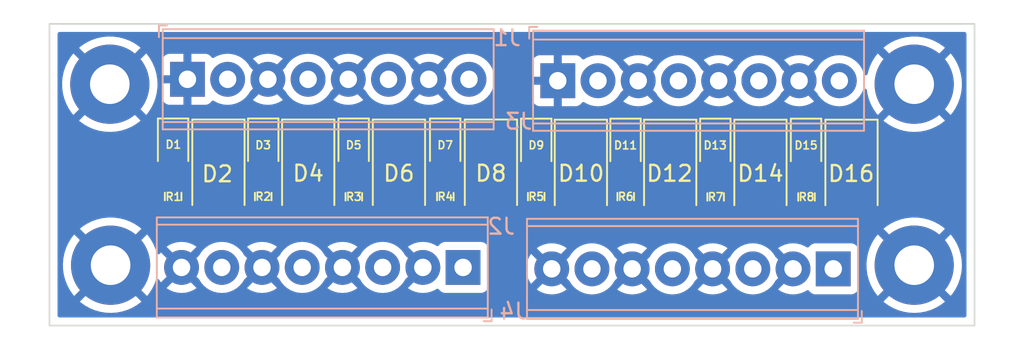
<source format=kicad_pcb>
(kicad_pcb (version 20211014) (generator pcbnew)
  (layers (0 "F.Cu" signal) (31 "B.Cu" power) (34 "B.Paste" user) (35 "F.Paste" user) (36 "B.SilkS" user "B.Silkscreen") (37 "F.SilkS" user "F.Silkscreen") (38 "B.Mask" user) (39 "F.Mask" user) (44 "Edge.Cuts" user))
  (net 0 "")
  (net 1 "Net-(D1-Pad1)")
  (net 2 "Net-(D1-Pad2)")
  (net 3 "Net-(D2-Pad2)")
  (net 4 "Net-(D3-Pad1)")
  (net 5 "Net-(D3-Pad2)")
  (net 6 "Net-(D4-Pad2)")
  (net 7 "Net-(D5-Pad2)")
  (net 8 "Net-(D6-Pad2)")
  (net 9 "Net-(D7-Pad1)")
  (net 10 "Net-(D7-Pad2)")
  (net 11 "Net-(D8-Pad2)")
  (net 12 "Net-(D10-Pad1)")
  (net 13 "Net-(D9-Pad2)")
  (net 14 "Net-(D10-Pad2)")
  (net 15 "Net-(D11-Pad1)")
  (net 16 "Net-(D11-Pad2)")
  (net 17 "Net-(D12-Pad2)")
  (net 18 "Net-(D13-Pad1)")
  (net 19 "Net-(D13-Pad2)")
  (net 20 "Net-(D14-Pad2)")
  (net 21 "Net-(D15-Pad1)")
  (net 22 "Net-(D15-Pad2)")
  (net 23 "Net-(D16-Pad2)")
  (net 24 "GND")
  (net 25 "Net-(D5-Pad1)")
  (footprint "LED_SMD:LED_0805_2012Metric" (layer "F.Cu") (at 33.206 33.06 -90)
    (fp_text reference "D1" (at -0.04 -0.014 180) (layer "F.SilkS") (effects (font (size 0.5 0.5) (thickness 0.1))))
    (fp_text value "LED")
    (fp_line (start 1 -0.96) (end -1.685 -0.96) (layer "F.SilkS") (width 0.12))
    (fp_line (start -1.685 -0.96) (end -1.685 0.96) (layer "F.SilkS") (width 0.12))
    (fp_line (start -1.685 0.96) (end 1 0.96) (layer "F.SilkS") (width 0.12))
    (pad "1" smd roundrect (at -0.9375 0 270) (size 0.975 1.4) (layers "F.Cu" "F.Paste" "F.Mask") (net 1 "Net-(D1-Pad1)"))
    (pad "2" smd roundrect (at 0.9375 0 270) (size 0.975 1.4) (layers "F.Cu" "F.Paste" "F.Mask") (net 2 "Net-(D1-Pad2)"))
  )
  (footprint "Resistor_SMD:R_0603_1608Metric" (layer "F.Cu") (at 38.9 36.305 -90)
    (fp_text reference "R2" (at -0.000001 0 180) (layer "F.SilkS") (effects (font (size 0.5 0.5) (thickness 0.1))))
    (fp_text value "2.9K")
    (fp_line (start -0.237258 -0.5225) (end 0.237258 -0.5225) (layer "F.SilkS") (width 0.12))
    (fp_line (start -0.237258 0.5225) (end 0.237258 0.5225) (layer "F.SilkS") (width 0.12))
    (pad "1" smd roundrect (at -0.825 0 270) (size 0.8 0.95) (layers "F.Cu" "F.Paste" "F.Mask") (net 5 "Net-(D3-Pad2)"))
    (pad "2" smd roundrect (at 0.825 0 270) (size 0.8 0.95) (layers "F.Cu" "F.Paste" "F.Mask") (net 6 "Net-(D4-Pad2)"))
  )
  (footprint "MountingHole:MountingHole_2.5mm_Pad_TopBottom" (layer "F.Cu") (at 80.01 29.21)
    (fp_text reference "H3" hide)
    (fp_text value "MountingHole_Pad")
    (pad "1" connect circle (at 0 0) (size 5 5) (layers "F.Cu" "F.Mask") (net 24 "GND"))
    (pad "1" thru_hole circle (at 0 0) (size 2.9 2.9) (drill 2.5) (layers *.Cu *.Mask) (net 24 "GND"))
    (pad "1" connect circle (at 0 0) (size 5 5) (layers "B.Cu" "B.Mask") (net 24 "GND"))
  )
  (footprint "Resistor_SMD:R_0603_1608Metric" (layer "F.Cu") (at 73.21 36.33 -90)
    (fp_text reference "R8" (at 0 0 180) (layer "F.SilkS") (effects (font (size 0.5 0.5) (thickness 0.1))))
    (fp_text value "2.9K")
    (fp_line (start -0.237258 0.5225) (end 0.237258 0.5225) (layer "F.SilkS") (width 0.12))
    (fp_line (start -0.237258 -0.5225) (end 0.237258 -0.5225) (layer "F.SilkS") (width 0.12))
    (pad "1" smd roundrect (at -0.825 0 270) (size 0.8 0.95) (layers "F.Cu" "F.Paste" "F.Mask") (net 22 "Net-(D15-Pad2)"))
    (pad "2" smd roundrect (at 0.825 0 270) (size 0.8 0.95) (layers "F.Cu" "F.Paste" "F.Mask") (net 23 "Net-(D16-Pad2)"))
  )
  (footprint "MountingHole:MountingHole_2.5mm_Pad_TopBottom" (layer "F.Cu") (at 29.21 29.21)
    (fp_text reference "H1" hide)
    (fp_text value "MountingHole_Pad")
    (pad "1" connect circle locked (at 0 0) (size 5 5) (layers "F.Cu" "F.Mask") (net 24 "GND"))
    (pad "1" thru_hole circle locked (at 0 0) (size 2.9 2.9) (drill 2.5) (layers *.Cu *.Mask) (net 24 "GND"))
    (pad "1" connect circle locked (at 0 0) (size 5 5) (layers "B.Cu" "B.Mask") (net 24 "GND"))
  )
  (footprint "Resistor_SMD:R_0603_1608Metric" (layer "F.Cu") (at 44.62 36.32 -90)
    (fp_text reference "R3" (at 0 0 180) (layer "F.SilkS") (effects (font (size 0.5 0.5) (thickness 0.1))))
    (fp_text value "2.9K")
    (fp_line (start -0.237258 0.5225) (end 0.237258 0.5225) (layer "F.SilkS") (width 0.12))
    (fp_line (start -0.237258 -0.5225) (end 0.237258 -0.5225) (layer "F.SilkS") (width 0.12))
    (pad "1" smd roundrect (at -0.825 0 270) (size 0.8 0.95) (layers "F.Cu" "F.Paste" "F.Mask") (net 7 "Net-(D5-Pad2)"))
    (pad "2" smd roundrect (at 0.825 0 270) (size 0.8 0.95) (layers "F.Cu" "F.Paste" "F.Mask") (net 8 "Net-(D6-Pad2)"))
  )
  (footprint "Diode_SMD:D_SMA" (layer "F.Cu") (at 70.3 34.85 -90)
    (fp_text reference "D14" (at 0 0 180) (layer "F.SilkS"))
    (fp_text value "D_Small")
    (fp_line (start -3.4 1.65) (end 2 1.65) (layer "F.SilkS") (width 0.12))
    (fp_line (start -3.4 -1.65) (end 2 -1.65) (layer "F.SilkS") (width 0.12))
    (fp_line (start -3.4 -1.65) (end -3.4 1.65) (layer "F.SilkS") (width 0.12))
    (pad "1" smd rect (at -2 0 270) (size 2.5 1.8) (layers "F.Cu" "F.Paste" "F.Mask") (net 18 "Net-(D13-Pad1)"))
    (pad "2" smd rect (at 2 0 270) (size 2.5 1.8) (layers "F.Cu" "F.Paste" "F.Mask") (net 20 "Net-(D14-Pad2)"))
  )
  (footprint "Diode_SMD:D_SMA" (layer "F.Cu") (at 76.05 34.85 -90)
    (fp_text reference "D16" (at 0.01 0.02 180) (layer "F.SilkS"))
    (fp_text value "D_Small")
    (fp_line (start -3.4 -1.65) (end 2 -1.65) (layer "F.SilkS") (width 0.12))
    (fp_line (start -3.4 -1.65) (end -3.4 1.65) (layer "F.SilkS") (width 0.12))
    (fp_line (start -3.4 1.65) (end 2 1.65) (layer "F.SilkS") (width 0.12))
    (pad "1" smd rect (at -2 0 270) (size 2.5 1.8) (layers "F.Cu" "F.Paste" "F.Mask") (net 21 "Net-(D15-Pad1)"))
    (pad "2" smd rect (at 2 0 270) (size 2.5 1.8) (layers "F.Cu" "F.Paste" "F.Mask") (net 23 "Net-(D16-Pad2)"))
  )
  (footprint "Diode_SMD:D_SMA" (layer "F.Cu") (at 41.74 34.84 -90)
    (fp_text reference "D4" (at 0 0 180) (layer "F.SilkS"))
    (fp_text value "D_Small")
    (fp_line (start -3.4 -1.65) (end 2 -1.65) (layer "F.SilkS") (width 0.12))
    (fp_line (start -3.4 1.65) (end 2 1.65) (layer "F.SilkS") (width 0.12))
    (fp_line (start -3.4 -1.65) (end -3.4 1.65) (layer "F.SilkS") (width 0.12))
    (pad "1" smd rect (at -2 0 270) (size 2.5 1.8) (layers "F.Cu" "F.Paste" "F.Mask") (net 4 "Net-(D3-Pad1)"))
    (pad "2" smd rect (at 2 0 270) (size 2.5 1.8) (layers "F.Cu" "F.Paste" "F.Mask") (net 6 "Net-(D4-Pad2)"))
  )
  (footprint "Diode_SMD:D_SMA" (layer "F.Cu") (at 36.07 34.84 -90)
    (fp_text reference "D2" (at 0.04 0.07 180) (layer "F.SilkS"))
    (fp_text value "D_Small")
    (fp_line (start -3.4 1.65) (end 2 1.65) (layer "F.SilkS") (width 0.12))
    (fp_line (start -3.4 -1.65) (end 2 -1.65) (layer "F.SilkS") (width 0.12))
    (fp_line (start -3.4 -1.65) (end -3.4 1.65) (layer "F.SilkS") (width 0.12))
    (pad "1" smd rect (at -2 0 270) (size 2.5 1.8) (layers "F.Cu" "F.Paste" "F.Mask") (net 1 "Net-(D1-Pad1)"))
    (pad "2" smd rect (at 2 0 270) (size 2.5 1.8) (layers "F.Cu" "F.Paste" "F.Mask") (net 3 "Net-(D2-Pad2)"))
  )
  (footprint "Resistor_SMD:R_0603_1608Metric" (layer "F.Cu") (at 61.79 36.31 -90)
    (fp_text reference "R6" (at 0 0 180) (layer "F.SilkS") (effects (font (size 0.5 0.5) (thickness 0.1))))
    (fp_text value "2.9K")
    (fp_line (start -0.237258 -0.5225) (end 0.237258 -0.5225) (layer "F.SilkS") (width 0.12))
    (fp_line (start -0.237258 0.5225) (end 0.237258 0.5225) (layer "F.SilkS") (width 0.12))
    (pad "1" smd roundrect (at -0.825 0 270) (size 0.8 0.95) (layers "F.Cu" "F.Paste" "F.Mask") (net 16 "Net-(D11-Pad2)"))
    (pad "2" smd roundrect (at 0.825 0 270) (size 0.8 0.95) (layers "F.Cu" "F.Paste" "F.Mask") (net 17 "Net-(D12-Pad2)"))
  )
  (footprint "Diode_SMD:D_SMA" (layer "F.Cu") (at 47.47 34.84 -90)
    (fp_text reference "D6" (at 0 0 180) (layer "F.SilkS"))
    (fp_text value "D_Small")
    (fp_line (start -3.4 1.65) (end 2 1.65) (layer "F.SilkS") (width 0.12))
    (fp_line (start -3.4 -1.65) (end 2 -1.65) (layer "F.SilkS") (width 0.12))
    (fp_line (start -3.4 -1.65) (end -3.4 1.65) (layer "F.SilkS") (width 0.12))
    (pad "1" smd rect (at -2 0 270) (size 2.5 1.8) (layers "F.Cu" "F.Paste" "F.Mask") (net 25 "Net-(D5-Pad1)"))
    (pad "2" smd rect (at 2 0 270) (size 2.5 1.8) (layers "F.Cu" "F.Paste" "F.Mask") (net 8 "Net-(D6-Pad2)"))
  )
  (footprint "LED_SMD:LED_0805_2012Metric" (layer "F.Cu") (at 38.9 33.06 -90)
    (fp_text reference "D3" (at -0.000001 0.01 180) (layer "F.SilkS") (effects (font (size 0.5 0.5) (thickness 0.1))))
    (fp_text value "LED")
    (fp_line (start -1.685 0.96) (end 1 0.96) (layer "F.SilkS") (width 0.12))
    (fp_line (start -1.685 -0.96) (end -1.685 0.96) (layer "F.SilkS") (width 0.12))
    (fp_line (start 1 -0.96) (end -1.685 -0.96) (layer "F.SilkS") (width 0.12))
    (pad "1" smd roundrect (at -0.9375 0 270) (size 0.975 1.4) (layers "F.Cu" "F.Paste" "F.Mask") (net 4 "Net-(D3-Pad1)"))
    (pad "2" smd roundrect (at 0.9375 0 270) (size 0.975 1.4) (layers "F.Cu" "F.Paste" "F.Mask") (net 5 "Net-(D3-Pad2)"))
  )
  (footprint "Resistor_SMD:R_0603_1608Metric" (layer "F.Cu") (at 56.14 36.31 -90)
    (fp_text reference "R5" (at 0 0 180) (layer "F.SilkS") (effects (font (size 0.5 0.5) (thickness 0.1))))
    (fp_text value "2.9K")
    (fp_line (start -0.237258 0.5225) (end 0.237258 0.5225) (layer "F.SilkS") (width 0.12))
    (fp_line (start -0.237258 -0.5225) (end 0.237258 -0.5225) (layer "F.SilkS") (width 0.12))
    (pad "1" smd roundrect (at -0.825 0 270) (size 0.8 0.95) (layers "F.Cu" "F.Paste" "F.Mask") (net 13 "Net-(D9-Pad2)"))
    (pad "2" smd roundrect (at 0.825 0 270) (size 0.8 0.95) (layers "F.Cu" "F.Paste" "F.Mask") (net 14 "Net-(D10-Pad2)"))
  )
  (footprint "Diode_SMD:D_SMA" (layer "F.Cu") (at 53.28 34.84 -90)
    (fp_text reference "D8" (at 0 0 180) (layer "F.SilkS"))
    (fp_text value "D_Small")
    (fp_line (start -3.4 -1.65) (end -3.4 1.65) (layer "F.SilkS") (width 0.12))
    (fp_line (start -3.4 -1.65) (end 2 -1.65) (layer "F.SilkS") (width 0.12))
    (fp_line (start -3.4 1.65) (end 2 1.65) (layer "F.SilkS") (width 0.12))
    (pad "1" smd rect (at -2 0 270) (size 2.5 1.8) (layers "F.Cu" "F.Paste" "F.Mask") (net 9 "Net-(D7-Pad1)"))
    (pad "2" smd rect (at 2 0 270) (size 2.5 1.8) (layers "F.Cu" "F.Paste" "F.Mask") (net 11 "Net-(D8-Pad2)"))
  )
  (footprint "LED_SMD:LED_0805_2012Metric" (layer "F.Cu") (at 44.61 33.06 -90)
    (fp_text reference "D5" (at -0.0025 0 180) (layer "F.SilkS") (effects (font (size 0.5 0.5) (thickness 0.1))))
    (fp_text value "LED")
    (fp_line (start 1 -0.96) (end -1.685 -0.96) (layer "F.SilkS") (width 0.12))
    (fp_line (start -1.685 -0.96) (end -1.685 0.96) (layer "F.SilkS") (width 0.12))
    (fp_line (start -1.685 0.96) (end 1 0.96) (layer "F.SilkS") (width 0.12))
    (pad "1" smd roundrect (at -0.9375 0 270) (size 0.975 1.4) (layers "F.Cu" "F.Paste" "F.Mask") (net 25 "Net-(D5-Pad1)"))
    (pad "2" smd roundrect (at 0.9375 0 270) (size 0.975 1.4) (layers "F.Cu" "F.Paste" "F.Mask") (net 7 "Net-(D5-Pad2)"))
  )
  (footprint "LED_SMD:LED_0805_2012Metric" (layer "F.Cu") (at 61.78 33.07 -90)
    (fp_text reference "D11" (at 0 0 180) (layer "F.SilkS") (effects (font (size 0.5 0.5) (thickness 0.1))))
    (fp_text value "LED")
    (fp_line (start 1 -0.96) (end -1.685 -0.96) (layer "F.SilkS") (width 0.12))
    (fp_line (start -1.685 -0.96) (end -1.685 0.96) (layer "F.SilkS") (width 0.12))
    (fp_line (start -1.685 0.96) (end 1 0.96) (layer "F.SilkS") (width 0.12))
    (pad "1" smd roundrect (at -0.9375 0 270) (size 0.975 1.4) (layers "F.Cu" "F.Paste" "F.Mask") (net 15 "Net-(D11-Pad1)"))
    (pad "2" smd roundrect (at 0.9375 0 270) (size 0.975 1.4) (layers "F.Cu" "F.Paste" "F.Mask") (net 16 "Net-(D11-Pad2)"))
  )
  (footprint "Resistor_SMD:R_0603_1608Metric" (layer "F.Cu") (at 33.21 36.3 -90)
    (fp_text reference "R1" (at 0.02 -0.014 180) (layer "F.SilkS") (effects (font (size 0.5 0.5) (thickness 0.1))))
    (fp_text value "2.9K")
    (fp_line (start -0.237258 -0.5225) (end 0.237258 -0.5225) (layer "F.SilkS") (width 0.12))
    (fp_line (start -0.237258 0.5225) (end 0.237258 0.5225) (layer "F.SilkS") (width 0.12))
    (pad "1" smd roundrect (at -0.825 0 270) (size 0.8 0.95) (layers "F.Cu" "F.Paste" "F.Mask") (net 2 "Net-(D1-Pad2)"))
    (pad "2" smd roundrect (at 0.825 0 270) (size 0.8 0.95) (layers "F.Cu" "F.Paste" "F.Mask") (net 3 "Net-(D2-Pad2)"))
  )
  (footprint "Resistor_SMD:R_0603_1608Metric" (layer "F.Cu") (at 50.4 36.31 90)
    (fp_text reference "R4" (at 0 0 180) (layer "F.SilkS") (effects (font (size 0.5 0.5) (thickness 0.1))))
    (fp_text value "2.9K")
    (fp_line (start -0.237258 -0.5225) (end 0.237258 -0.5225) (layer "F.SilkS") (width 0.12))
    (fp_line (start -0.237258 0.5225) (end 0.237258 0.5225) (layer "F.SilkS") (width 0.12))
    (pad "1" smd roundrect (at -0.825 0 90) (size 0.8 0.95) (layers "F.Cu" "F.Paste" "F.Mask") (net 10 "Net-(D7-Pad2)"))
    (pad "2" smd roundrect (at 0.825 0 90) (size 0.8 0.95) (layers "F.Cu" "F.Paste" "F.Mask") (net 11 "Net-(D8-Pad2)"))
  )
  (footprint "MountingHole:MountingHole_2.5mm_Pad_TopBottom" (layer "F.Cu") (at 29.2608 40.64)
    (fp_text reference "H2" hide)
    (fp_text value "MountingHole_Pad")
    (pad "1" connect circle (at 0 0) (size 5 5) (layers "B.Cu" "B.Mask") (net 24 "GND"))
    (pad "1" connect circle (at 0 0) (size 5 5) (layers "F.Cu" "F.Mask") (net 24 "GND"))
    (pad "1" thru_hole circle (at 0 0) (size 2.9 2.9) (drill 2.5) (layers *.Cu *.Mask) (net 24 "GND"))
  )
  (footprint "LED_SMD:LED_0805_2012Metric" (layer "F.Cu") (at 73.18 33.07 -90)
    (fp_text reference "D15" (at 0 0 180) (layer "F.SilkS") (effects (font (size 0.5 0.5) (thickness 0.1))))
    (fp_text value "LED")
    (fp_line (start -1.685 -0.96) (end -1.685 0.96) (layer "F.SilkS") (width 0.12))
    (fp_line (start -1.685 0.96) (end 1 0.96) (layer "F.SilkS") (width 0.12))
    (fp_line (start 1 -0.96) (end -1.685 -0.96) (layer "F.SilkS") (width 0.12))
    (pad "1" smd roundrect (at -0.9375 0 270) (size 0.975 1.4) (layers "F.Cu" "F.Paste" "F.Mask") (net 21 "Net-(D15-Pad1)"))
    (pad "2" smd roundrect (at 0.9375 0 270) (size 0.975 1.4) (layers "F.Cu" "F.Paste" "F.Mask") (net 22 "Net-(D15-Pad2)"))
  )
  (footprint "LED_SMD:LED_0805_2012Metric" (layer "F.Cu") (at 50.39 33.06 -90)
    (fp_text reference "D7" (at 0 0 180) (layer "F.SilkS") (effects (font (size 0.5 0.5) (thickness 0.1))))
    (fp_text value "LED")
    (fp_line (start -1.685 -0.96) (end -1.685 0.96) (layer "F.SilkS") (width 0.12))
    (fp_line (start 1 -0.96) (end -1.685 -0.96) (layer "F.SilkS") (width 0.12))
    (fp_line (start -1.685 0.96) (end 1 0.96) (layer "F.SilkS") (width 0.12))
    (pad "1" smd roundrect (at -0.9375 0 270) (size 0.975 1.4) (layers "F.Cu" "F.Paste" "F.Mask") (net 9 "Net-(D7-Pad1)"))
    (pad "2" smd roundrect (at 0.9375 0 270) (size 0.975 1.4) (layers "F.Cu" "F.Paste" "F.Mask") (net 10 "Net-(D7-Pad2)"))
  )
  (footprint "Diode_SMD:D_SMA" (layer "F.Cu") (at 58.96 34.85 -90)
    (fp_text reference "D10" (at -0.005 -0.01 180) (layer "F.SilkS"))
    (fp_text value "D_Small")
    (fp_line (start -3.4 -1.65) (end 2 -1.65) (layer "F.SilkS") (width 0.12))
    (fp_line (start -3.4 -1.65) (end -3.4 1.65) (layer "F.SilkS") (width 0.12))
    (fp_line (start -3.4 1.65) (end 2 1.65) (layer "F.SilkS") (width 0.12))
    (pad "1" smd rect (at -2 0 270) (size 2.5 1.8) (layers "F.Cu" "F.Paste" "F.Mask") (net 12 "Net-(D10-Pad1)"))
    (pad "2" smd rect (at 2 0 270) (size 2.5 1.8) (layers "F.Cu" "F.Paste" "F.Mask") (net 14 "Net-(D10-Pad2)"))
  )
  (footprint "LED_SMD:LED_0805_2012Metric" (layer "F.Cu") (at 56.14 33.07 -90)
    (fp_text reference "D9" (at -0.005 0 180) (layer "F.SilkS") (effects (font (size 0.5 0.5) (thickness 0.1))))
    (fp_text value "LED")
    (fp_line (start -1.685 -0.96) (end -1.685 0.96) (layer "F.SilkS") (width 0.12))
    (fp_line (start -1.685 0.96) (end 1 0.96) (layer "F.SilkS") (width 0.12))
    (fp_line (start 1 -0.96) (end -1.685 -0.96) (layer "F.SilkS") (width 0.12))
    (pad "1" smd roundrect (at -0.9375 0 270) (size 0.975 1.4) (layers "F.Cu" "F.Paste" "F.Mask") (net 12 "Net-(D10-Pad1)"))
    (pad "2" smd roundrect (at 0.9375 0 270) (size 0.975 1.4) (layers "F.Cu" "F.Paste" "F.Mask") (net 13 "Net-(D9-Pad2)"))
  )
  (footprint "MountingHole:MountingHole_2.5mm_Pad_TopBottom" (layer "F.Cu") (at 80.01 40.64)
    (fp_text reference "H4" hide)
    (fp_text value "MountingHole_Pad")
    (pad "1" connect circle (at 0 0) (size 5 5) (layers "F.Cu" "F.Mask") (net 24 "GND"))
    (pad "1" connect circle (at 0 0) (size 5 5) (layers "B.Cu" "B.Mask") (net 24 "GND"))
    (pad "1" thru_hole circle (at 0 0) (size 2.9 2.9) (drill 2.5) (layers *.Cu *.Mask) (net 24 "GND"))
  )
  (footprint "Diode_SMD:D_SMA" (layer "F.Cu") (at 64.6 34.85 -90)
    (fp_text reference "D12" (at 0 0.04 180) (layer "F.SilkS"))
    (fp_text value "D_Small")
    (fp_line (start -3.4 -1.65) (end -3.4 1.65) (layer "F.SilkS") (width 0.12))
    (fp_line (start -3.4 -1.65) (end 2 -1.65) (layer "F.SilkS") (width 0.12))
    (fp_line (start -3.4 1.65) (end 2 1.65) (layer "F.SilkS") (width 0.12))
    (pad "1" smd rect (at -2 0 270) (size 2.5 1.8) (layers "F.Cu" "F.Paste" "F.Mask") (net 15 "Net-(D11-Pad1)"))
    (pad "2" smd rect (at 2 0 270) (size 2.5 1.8) (layers "F.Cu" "F.Paste" "F.Mask") (net 17 "Net-(D12-Pad2)"))
  )
  (footprint "Resistor_SMD:R_0603_1608Metric" (layer "F.Cu") (at 67.47 36.33 -90)
    (fp_text reference "R7" (at 0.000001 0 180) (layer "F.SilkS") (effects (font (size 0.5 0.5) (thickness 0.1))))
    (fp_text value "2.9K")
    (fp_line (start -0.237258 -0.5225) (end 0.237258 -0.5225) (layer "F.SilkS") (width 0.12))
    (fp_line (start -0.237258 0.5225) (end 0.237258 0.5225) (layer "F.SilkS") (width 0.12))
    (pad "1" smd roundrect (at -0.825 0 270) (size 0.8 0.95) (layers "F.Cu" "F.Paste" "F.Mask") (net 19 "Net-(D13-Pad2)"))
    (pad "2" smd roundrect (at 0.825 0 270) (size 0.8 0.95) (layers "F.Cu" "F.Paste" "F.Mask") (net 20 "Net-(D14-Pad2)"))
  )
  (footprint "LED_SMD:LED_0805_2012Metric" (layer "F.Cu") (at 67.45 33.07 -90)
    (fp_text reference "D13" (at 0.000001 0.01 180) (layer "F.SilkS") (effects (font (size 0.5 0.5) (thickness 0.1))))
    (fp_text value "LED")
    (fp_line (start 1 -0.96) (end -1.685 -0.96) (layer "F.SilkS") (width 0.12))
    (fp_line (start -1.685 -0.96) (end -1.685 0.96) (layer "F.SilkS") (width 0.12))
    (fp_line (start -1.685 0.96) (end 1 0.96) (layer "F.SilkS") (width 0.12))
    (pad "1" smd roundrect (at -0.9375 0 270) (size 0.975 1.4) (layers "F.Cu" "F.Paste" "F.Mask") (net 18 "Net-(D13-Pad1)"))
    (pad "2" smd roundrect (at 0.9375 0 270) (size 0.975 1.4) (layers "F.Cu" "F.Paste" "F.Mask") (net 19 "Net-(D13-Pad2)"))
  )
  (footprint "TerminalBlock_Phoenix:TerminalBlock_Phoenix_MPT-0,5-8-2.54_1x08_P2.54mm_Horizontal" (layer "B.Cu") (at 74.898 40.87 180)
    (fp_text reference "J4" (at 20.218 -2.68) (layer "B.SilkS") (effects (justify mirror)))
    (fp_text value "IN CHAN 2")
    (fp_line (start -1.56 2.7) (end 19.341 2.7) (layer "B.SilkS") (width 0.12))
    (fp_line (start -1.56 -2.6) (end 19.341 -2.6) (layer "B.SilkS") (width 0.12))
    (fp_line (start -1.56 3.16) (end 19.341 3.16) (layer "B.SilkS") (width 0.12))
    (fp_line (start 19.341 3.16) (end 19.341 -3.16) (layer "B.SilkS") (width 0.12))
    (fp_line (start -1.56 -3.16) (end 19.341 -3.16) (layer "B.SilkS") (width 0.12))
    (fp_line (start -1.8 -2.66) (end -1.8 -3.4) (layer "B.SilkS") (width 0.12))
    (fp_line (start -1.56 3.16) (end -1.56 -3.16) (layer "B.SilkS") (width 0.12))
    (fp_line (start -1.8 -3.4) (end -1.3 -3.4) (layer "B.SilkS") (width 0.12))
    (pad "1" thru_hole rect (at 0 0 180) (size 2.2 2.2) (drill 1.1) (layers *.Cu *.Mask) (net 23 "Net-(D16-Pad2)"))
    (pad "2" thru_hole circle (at 2.54 0 180) (size 2.2 2.2) (drill 1.1) (layers *.Cu *.Mask) (net 24 "GND"))
    (pad "3" thru_hole circle (at 5.08 0 180) (size 2.2 2.2) (drill 1.1) (layers *.Cu *.Mask) (net 20 "Net-(D14-Pad2)"))
    (pad "4" thru_hole circle (at 7.62 0 180) (size 2.2 2.2) (drill 1.1) (layers *.Cu *.Mask) (net 24 "GND"))
    (pad "5" thru_hole circle (at 10.16 0 180) (size 2.2 2.2) (drill 1.1) (layers *.Cu *.Mask) (net 17 "Net-(D12-Pad2)"))
    (pad "6" thru_hole circle (at 12.7 0 180) (size 2.2 2.2) (drill 1.1) (layers *.Cu *.Mask) (net 24 "GND"))
    (pad "7" thru_hole circle (at 15.24 0 180) (size 2.2 2.2) (drill 1.1) (layers *.Cu *.Mask) (net 14 "Net-(D10-Pad2)"))
    (pad "8" thru_hole circle (at 17.78 0 180) (size 2.2 2.2) (drill 1.1) (layers *.Cu *.Mask) (net 24 "GND"))
  )
  (footprint "TerminalBlock_Phoenix:TerminalBlock_Phoenix_MPT-0,5-8-2.54_1x08_P2.54mm_Horizontal" (layer "B.Cu") (at 51.52 40.78 180)
    (fp_text reference "J2" (at -2.41 2.59) (layer "B.SilkS") (effects (justify mirror)))
    (fp_text value "IN CHAN 1")
    (fp_line (start -1.56 3.16) (end -1.56 -3.16) (layer "B.SilkS") (width 0.12))
    (fp_line (start -1.56 3.16) (end 19.341 3.16) (layer "B.SilkS") (width 0.12))
    (fp_line (start -1.8 -3.4) (end -1.3 -3.4) (layer "B.SilkS") (width 0.12))
    (fp_line (start -1.56 2.7) (end 19.341 2.7) (layer "B.SilkS") (width 0.12))
    (fp_line (start -1.56 -3.16) (end 19.341 -3.16) (layer "B.SilkS") (width 0.12))
    (fp_line (start -1.8 -2.66) (end -1.8 -3.4) (layer "B.SilkS") (width 0.12))
    (fp_line (start 19.341 3.16) (end 19.341 -3.16) (layer "B.SilkS") (width 0.12))
    (fp_line (start -1.56 -2.6) (end 19.341 -2.6) (layer "B.SilkS") (width 0.12))
    (pad "1" thru_hole rect (at 0 0 180) (size 2.2 2.2) (drill 1.1) (layers *.Cu *.Mask) (net 11 "Net-(D8-Pad2)"))
    (pad "2" thru_hole circle (at 2.54 0 180) (size 2.2 2.2) (drill 1.1) (layers *.Cu *.Mask) (net 24 "GND"))
    (pad "3" thru_hole circle (at 5.08 0 180) (size 2.2 2.2) (drill 1.1) (layers *.Cu *.Mask) (net 8 "Net-(D6-Pad2)"))
    (pad "4" thru_hole circle (at 7.62 0 180) (size 2.2 2.2) (drill 1.1) (layers *.Cu *.Mask) (net 24 "GND"))
    (pad "5" thru_hole circle (at 10.16 0 180) (size 2.2 2.2) (drill 1.1) (layers *.Cu *.Mask) (net 6 "Net-(D4-Pad2)"))
    (pad "6" thru_hole circle (at 12.7 0 180) (size 2.2 2.2) (drill 1.1) (layers *.Cu *.Mask) (net 24 "GND"))
    (pad "7" thru_hole circle (at 15.24 0 180) (size 2.2 2.2) (drill 1.1) (layers *.Cu *.Mask) (net 3 "Net-(D2-Pad2)"))
    (pad "8" thru_hole circle (at 17.78 0 180) (size 2.2 2.2) (drill 1.1) (layers *.Cu *.Mask) (net 24 "GND"))
  )
  (footprint "TerminalBlock_Phoenix:TerminalBlock_Phoenix_MPT-0,5-8-2.54_1x08_P2.54mm_Horizontal" (layer "B.Cu") (at 34.112 28.9)
    (fp_text reference "J1" (at 20.188 -2.614) (layer "B.SilkS") (effects (justify mirror)))
    (fp_text value "OUT CHAN 1")
    (fp_line (start -1.56 2.7) (end 19.341 2.7) (layer "B.SilkS") (width 0.12))
    (fp_line (start -1.8 -3.4) (end -1.3 -3.4) (layer "B.SilkS") (width 0.12))
    (fp_line (start -1.56 3.16) (end -1.56 -3.16) (layer "B.SilkS") (width 0.12))
    (fp_line (start 19.341 3.16) (end 19.341 -3.16) (layer "B.SilkS") (width 0.12))
    (fp_line (start -1.56 -2.6) (end 19.341 -2.6) (layer "B.SilkS") (width 0.12))
    (fp_line (start -1.8 -2.66) (end -1.8 -3.4) (layer "B.SilkS") (width 0.12))
    (fp_line (start -1.56 3.16) (end 19.341 3.16) (layer "B.SilkS") (width 0.12))
    (fp_line (start -1.56 -3.16) (end 19.341 -3.16) (layer "B.SilkS") (width 0.12))
    (pad "1" thru_hole rect (at 0 0) (size 2.2 2.2) (drill 1.1) (layers *.Cu *.Mask) (net 24 "GND"))
    (pad "2" thru_hole circle (at 2.54 0) (size 2.2 2.2) (drill 1.1) (layers *.Cu *.Mask) (net 1 "Net-(D1-Pad1)"))
    (pad "3" thru_hole circle (at 5.08 0) (size 2.2 2.2) (drill 1.1) (layers *.Cu *.Mask) (net 24 "GND"))
    (pad "4" thru_hole circle (at 7.62 0) (size 2.2 2.2) (drill 1.1) (layers *.Cu *.Mask) (net 4 "Net-(D3-Pad1)"))
    (pad "5" thru_hole circle (at 10.16 0) (size 2.2 2.2) (drill 1.1) (layers *.Cu *.Mask) (net 24 "GND"))
    (pad "6" thru_hole circle (at 12.7 0) (size 2.2 2.2) (drill 1.1) (layers *.Cu *.Mask) (net 25 "Net-(D5-Pad1)"))
    (pad "7" thru_hole circle (at 15.24 0) (size 2.2 2.2) (drill 1.1) (layers *.Cu *.Mask) (net 24 "GND"))
    (pad "8" thru_hole circle (at 17.78 0) (size 2.2 2.2) (drill 1.1) (layers *.Cu *.Mask) (net 9 "Net-(D7-Pad1)"))
  )
  (footprint "TerminalBlock_Phoenix:TerminalBlock_Phoenix_MPT-0,5-8-2.54_1x08_P2.54mm_Horizontal" (layer "B.Cu") (at 57.5 28.99)
    (fp_text reference "J3" (at -2.48 2.57) (layer "B.SilkS") (effects (justify mirror)))
    (fp_text value "OUT CHAN 2")
    (fp_line (start -1.56 3.16) (end -1.56 -3.16) (layer "B.SilkS") (width 0.12))
    (fp_line (start -1.56 -3.16) (end 19.341 -3.16) (layer "B.SilkS") (width 0.12))
    (fp_line (start -1.8 -3.4) (end -1.3 -3.4) (layer "B.SilkS") (width 0.12))
    (fp_line (start 19.341 3.16) (end 19.341 -3.16) (layer "B.SilkS") (width 0.12))
    (fp_line (start -1.56 -2.6) (end 19.341 -2.6) (layer "B.SilkS") (width 0.12))
    (fp_line (start -1.8 -2.66) (end -1.8 -3.4) (layer "B.SilkS") (width 0.12))
    (fp_line (start -1.56 2.7) (end 19.341 2.7) (layer "B.SilkS") (width 0.12))
    (fp_line (start -1.56 3.16) (end 19.341 3.16) (layer "B.SilkS") (width 0.12))
    (pad "1" thru_hole rect (at 0 0) (size 2.2 2.2) (drill 1.1) (layers *.Cu *.Mask) (net 24 "GND"))
    (pad "2" thru_hole circle (at 2.54 0) (size 2.2 2.2) (drill 1.1) (layers *.Cu *.Mask) (net 12 "Net-(D10-Pad1)"))
    (pad "3" thru_hole circle (at 5.08 0) (size 2.2 2.2) (drill 1.1) (layers *.Cu *.Mask) (net 24 "GND"))
    (pad "4" thru_hole circle (at 7.62 0) (size 2.2 2.2) (drill 1.1) (layers *.Cu *.Mask) (net 15 "Net-(D11-Pad1)"))
    (pad "5" thru_hole circle (at 10.16 0) (size 2.2 2.2) (drill 1.1) (layers *.Cu *.Mask) (net 24 "GND"))
    (pad "6" thru_hole circle (at 12.7 0) (size 2.2 2.2) (drill 1.1) (layers *.Cu *.Mask) (net 18 "Net-(D13-Pad1)"))
    (pad "7" thru_hole circle (at 15.24 0) (size 2.2 2.2) (drill 1.1) (layers *.Cu *.Mask) (net 24 "GND"))
    (pad "8" thru_hole circle (at 17.78 0) (size 2.2 2.2) (drill 1.1) (layers *.Cu *.Mask) (net 21 "Net-(D15-Pad1)"))
  )
  (gr_rect (start 25.4 25.4) (end 83.82 44.45) (layer "Edge.Cuts") (width 0.1) (fill none))
  (zone (net 24) (net_name "GND") (layer "B.Cu") (connect_pads (clearance 0.508)) (min_thickness 0.254) (fill yes (thermal_gap 0.508) (thermal_bridge_width 0.508))
    (polygon (pts (xy 83.84 44.45) (xy 25.41 44.45) (xy 25.41 25.42) (xy 83.84 25.42)))
  )
)
</source>
